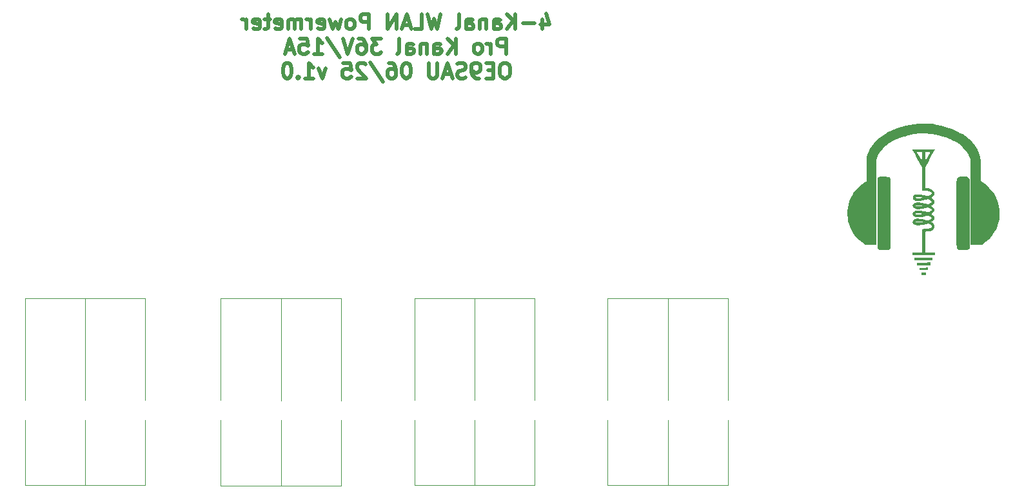
<source format=gbr>
G04 #@! TF.GenerationSoftware,KiCad,Pcbnew,8.0.5*
G04 #@! TF.CreationDate,2025-06-13T07:23:11+02:00*
G04 #@! TF.ProjectId,4-Kanal_Power_Meter,342d4b61-6e61-46c5-9f50-6f7765725f4d,rev?*
G04 #@! TF.SameCoordinates,Original*
G04 #@! TF.FileFunction,Legend,Bot*
G04 #@! TF.FilePolarity,Positive*
%FSLAX46Y46*%
G04 Gerber Fmt 4.6, Leading zero omitted, Abs format (unit mm)*
G04 Created by KiCad (PCBNEW 8.0.5) date 2025-06-13 07:23:11*
%MOMM*%
%LPD*%
G01*
G04 APERTURE LIST*
%ADD10C,0.500000*%
%ADD11C,0.120000*%
%ADD12C,0.000000*%
G04 APERTURE END LIST*
D10*
X151730857Y-65870128D02*
X151730857Y-67203462D01*
X152207048Y-65108224D02*
X152683238Y-66536795D01*
X152683238Y-66536795D02*
X151445143Y-66536795D01*
X150683238Y-66441557D02*
X149159429Y-66441557D01*
X148207048Y-67203462D02*
X148207048Y-65203462D01*
X147064191Y-67203462D02*
X147921334Y-66060604D01*
X147064191Y-65203462D02*
X148207048Y-66346319D01*
X145349905Y-67203462D02*
X145349905Y-66155843D01*
X145349905Y-66155843D02*
X145445143Y-65965366D01*
X145445143Y-65965366D02*
X145635619Y-65870128D01*
X145635619Y-65870128D02*
X146016572Y-65870128D01*
X146016572Y-65870128D02*
X146207048Y-65965366D01*
X145349905Y-67108224D02*
X145540381Y-67203462D01*
X145540381Y-67203462D02*
X146016572Y-67203462D01*
X146016572Y-67203462D02*
X146207048Y-67108224D01*
X146207048Y-67108224D02*
X146302286Y-66917747D01*
X146302286Y-66917747D02*
X146302286Y-66727271D01*
X146302286Y-66727271D02*
X146207048Y-66536795D01*
X146207048Y-66536795D02*
X146016572Y-66441557D01*
X146016572Y-66441557D02*
X145540381Y-66441557D01*
X145540381Y-66441557D02*
X145349905Y-66346319D01*
X144397524Y-65870128D02*
X144397524Y-67203462D01*
X144397524Y-66060604D02*
X144302286Y-65965366D01*
X144302286Y-65965366D02*
X144111810Y-65870128D01*
X144111810Y-65870128D02*
X143826095Y-65870128D01*
X143826095Y-65870128D02*
X143635619Y-65965366D01*
X143635619Y-65965366D02*
X143540381Y-66155843D01*
X143540381Y-66155843D02*
X143540381Y-67203462D01*
X141730857Y-67203462D02*
X141730857Y-66155843D01*
X141730857Y-66155843D02*
X141826095Y-65965366D01*
X141826095Y-65965366D02*
X142016571Y-65870128D01*
X142016571Y-65870128D02*
X142397524Y-65870128D01*
X142397524Y-65870128D02*
X142588000Y-65965366D01*
X141730857Y-67108224D02*
X141921333Y-67203462D01*
X141921333Y-67203462D02*
X142397524Y-67203462D01*
X142397524Y-67203462D02*
X142588000Y-67108224D01*
X142588000Y-67108224D02*
X142683238Y-66917747D01*
X142683238Y-66917747D02*
X142683238Y-66727271D01*
X142683238Y-66727271D02*
X142588000Y-66536795D01*
X142588000Y-66536795D02*
X142397524Y-66441557D01*
X142397524Y-66441557D02*
X141921333Y-66441557D01*
X141921333Y-66441557D02*
X141730857Y-66346319D01*
X140492762Y-67203462D02*
X140683238Y-67108224D01*
X140683238Y-67108224D02*
X140778476Y-66917747D01*
X140778476Y-66917747D02*
X140778476Y-65203462D01*
X138397523Y-65203462D02*
X137921333Y-67203462D01*
X137921333Y-67203462D02*
X137540380Y-65774890D01*
X137540380Y-65774890D02*
X137159428Y-67203462D01*
X137159428Y-67203462D02*
X136683238Y-65203462D01*
X134968952Y-67203462D02*
X135921333Y-67203462D01*
X135921333Y-67203462D02*
X135921333Y-65203462D01*
X134397523Y-66632033D02*
X133445142Y-66632033D01*
X134587999Y-67203462D02*
X133921333Y-65203462D01*
X133921333Y-65203462D02*
X133254666Y-67203462D01*
X132587999Y-67203462D02*
X132587999Y-65203462D01*
X132587999Y-65203462D02*
X131445142Y-67203462D01*
X131445142Y-67203462D02*
X131445142Y-65203462D01*
X128968951Y-67203462D02*
X128968951Y-65203462D01*
X128968951Y-65203462D02*
X128207046Y-65203462D01*
X128207046Y-65203462D02*
X128016570Y-65298700D01*
X128016570Y-65298700D02*
X127921332Y-65393938D01*
X127921332Y-65393938D02*
X127826094Y-65584414D01*
X127826094Y-65584414D02*
X127826094Y-65870128D01*
X127826094Y-65870128D02*
X127921332Y-66060604D01*
X127921332Y-66060604D02*
X128016570Y-66155843D01*
X128016570Y-66155843D02*
X128207046Y-66251081D01*
X128207046Y-66251081D02*
X128968951Y-66251081D01*
X126683237Y-67203462D02*
X126873713Y-67108224D01*
X126873713Y-67108224D02*
X126968951Y-67012985D01*
X126968951Y-67012985D02*
X127064189Y-66822509D01*
X127064189Y-66822509D02*
X127064189Y-66251081D01*
X127064189Y-66251081D02*
X126968951Y-66060604D01*
X126968951Y-66060604D02*
X126873713Y-65965366D01*
X126873713Y-65965366D02*
X126683237Y-65870128D01*
X126683237Y-65870128D02*
X126397522Y-65870128D01*
X126397522Y-65870128D02*
X126207046Y-65965366D01*
X126207046Y-65965366D02*
X126111808Y-66060604D01*
X126111808Y-66060604D02*
X126016570Y-66251081D01*
X126016570Y-66251081D02*
X126016570Y-66822509D01*
X126016570Y-66822509D02*
X126111808Y-67012985D01*
X126111808Y-67012985D02*
X126207046Y-67108224D01*
X126207046Y-67108224D02*
X126397522Y-67203462D01*
X126397522Y-67203462D02*
X126683237Y-67203462D01*
X125349903Y-65870128D02*
X124968951Y-67203462D01*
X124968951Y-67203462D02*
X124587998Y-66251081D01*
X124587998Y-66251081D02*
X124207046Y-67203462D01*
X124207046Y-67203462D02*
X123826094Y-65870128D01*
X122302284Y-67108224D02*
X122492760Y-67203462D01*
X122492760Y-67203462D02*
X122873713Y-67203462D01*
X122873713Y-67203462D02*
X123064189Y-67108224D01*
X123064189Y-67108224D02*
X123159427Y-66917747D01*
X123159427Y-66917747D02*
X123159427Y-66155843D01*
X123159427Y-66155843D02*
X123064189Y-65965366D01*
X123064189Y-65965366D02*
X122873713Y-65870128D01*
X122873713Y-65870128D02*
X122492760Y-65870128D01*
X122492760Y-65870128D02*
X122302284Y-65965366D01*
X122302284Y-65965366D02*
X122207046Y-66155843D01*
X122207046Y-66155843D02*
X122207046Y-66346319D01*
X122207046Y-66346319D02*
X123159427Y-66536795D01*
X121349903Y-67203462D02*
X121349903Y-65870128D01*
X121349903Y-66251081D02*
X121254665Y-66060604D01*
X121254665Y-66060604D02*
X121159427Y-65965366D01*
X121159427Y-65965366D02*
X120968951Y-65870128D01*
X120968951Y-65870128D02*
X120778474Y-65870128D01*
X120111808Y-67203462D02*
X120111808Y-65870128D01*
X120111808Y-66060604D02*
X120016570Y-65965366D01*
X120016570Y-65965366D02*
X119826094Y-65870128D01*
X119826094Y-65870128D02*
X119540379Y-65870128D01*
X119540379Y-65870128D02*
X119349903Y-65965366D01*
X119349903Y-65965366D02*
X119254665Y-66155843D01*
X119254665Y-66155843D02*
X119254665Y-67203462D01*
X119254665Y-66155843D02*
X119159427Y-65965366D01*
X119159427Y-65965366D02*
X118968951Y-65870128D01*
X118968951Y-65870128D02*
X118683237Y-65870128D01*
X118683237Y-65870128D02*
X118492760Y-65965366D01*
X118492760Y-65965366D02*
X118397522Y-66155843D01*
X118397522Y-66155843D02*
X118397522Y-67203462D01*
X116683236Y-67108224D02*
X116873712Y-67203462D01*
X116873712Y-67203462D02*
X117254665Y-67203462D01*
X117254665Y-67203462D02*
X117445141Y-67108224D01*
X117445141Y-67108224D02*
X117540379Y-66917747D01*
X117540379Y-66917747D02*
X117540379Y-66155843D01*
X117540379Y-66155843D02*
X117445141Y-65965366D01*
X117445141Y-65965366D02*
X117254665Y-65870128D01*
X117254665Y-65870128D02*
X116873712Y-65870128D01*
X116873712Y-65870128D02*
X116683236Y-65965366D01*
X116683236Y-65965366D02*
X116587998Y-66155843D01*
X116587998Y-66155843D02*
X116587998Y-66346319D01*
X116587998Y-66346319D02*
X117540379Y-66536795D01*
X116016569Y-65870128D02*
X115254665Y-65870128D01*
X115730855Y-65203462D02*
X115730855Y-66917747D01*
X115730855Y-66917747D02*
X115635617Y-67108224D01*
X115635617Y-67108224D02*
X115445141Y-67203462D01*
X115445141Y-67203462D02*
X115254665Y-67203462D01*
X113826093Y-67108224D02*
X114016569Y-67203462D01*
X114016569Y-67203462D02*
X114397522Y-67203462D01*
X114397522Y-67203462D02*
X114587998Y-67108224D01*
X114587998Y-67108224D02*
X114683236Y-66917747D01*
X114683236Y-66917747D02*
X114683236Y-66155843D01*
X114683236Y-66155843D02*
X114587998Y-65965366D01*
X114587998Y-65965366D02*
X114397522Y-65870128D01*
X114397522Y-65870128D02*
X114016569Y-65870128D01*
X114016569Y-65870128D02*
X113826093Y-65965366D01*
X113826093Y-65965366D02*
X113730855Y-66155843D01*
X113730855Y-66155843D02*
X113730855Y-66346319D01*
X113730855Y-66346319D02*
X114683236Y-66536795D01*
X112873712Y-67203462D02*
X112873712Y-65870128D01*
X112873712Y-66251081D02*
X112778474Y-66060604D01*
X112778474Y-66060604D02*
X112683236Y-65965366D01*
X112683236Y-65965366D02*
X112492760Y-65870128D01*
X112492760Y-65870128D02*
X112302283Y-65870128D01*
X146968953Y-70423350D02*
X146968953Y-68423350D01*
X146968953Y-68423350D02*
X146207048Y-68423350D01*
X146207048Y-68423350D02*
X146016572Y-68518588D01*
X146016572Y-68518588D02*
X145921334Y-68613826D01*
X145921334Y-68613826D02*
X145826096Y-68804302D01*
X145826096Y-68804302D02*
X145826096Y-69090016D01*
X145826096Y-69090016D02*
X145921334Y-69280492D01*
X145921334Y-69280492D02*
X146016572Y-69375731D01*
X146016572Y-69375731D02*
X146207048Y-69470969D01*
X146207048Y-69470969D02*
X146968953Y-69470969D01*
X144968953Y-70423350D02*
X144968953Y-69090016D01*
X144968953Y-69470969D02*
X144873715Y-69280492D01*
X144873715Y-69280492D02*
X144778477Y-69185254D01*
X144778477Y-69185254D02*
X144588001Y-69090016D01*
X144588001Y-69090016D02*
X144397524Y-69090016D01*
X143445144Y-70423350D02*
X143635620Y-70328112D01*
X143635620Y-70328112D02*
X143730858Y-70232873D01*
X143730858Y-70232873D02*
X143826096Y-70042397D01*
X143826096Y-70042397D02*
X143826096Y-69470969D01*
X143826096Y-69470969D02*
X143730858Y-69280492D01*
X143730858Y-69280492D02*
X143635620Y-69185254D01*
X143635620Y-69185254D02*
X143445144Y-69090016D01*
X143445144Y-69090016D02*
X143159429Y-69090016D01*
X143159429Y-69090016D02*
X142968953Y-69185254D01*
X142968953Y-69185254D02*
X142873715Y-69280492D01*
X142873715Y-69280492D02*
X142778477Y-69470969D01*
X142778477Y-69470969D02*
X142778477Y-70042397D01*
X142778477Y-70042397D02*
X142873715Y-70232873D01*
X142873715Y-70232873D02*
X142968953Y-70328112D01*
X142968953Y-70328112D02*
X143159429Y-70423350D01*
X143159429Y-70423350D02*
X143445144Y-70423350D01*
X140397524Y-70423350D02*
X140397524Y-68423350D01*
X139254667Y-70423350D02*
X140111810Y-69280492D01*
X139254667Y-68423350D02*
X140397524Y-69566207D01*
X137540381Y-70423350D02*
X137540381Y-69375731D01*
X137540381Y-69375731D02*
X137635619Y-69185254D01*
X137635619Y-69185254D02*
X137826095Y-69090016D01*
X137826095Y-69090016D02*
X138207048Y-69090016D01*
X138207048Y-69090016D02*
X138397524Y-69185254D01*
X137540381Y-70328112D02*
X137730857Y-70423350D01*
X137730857Y-70423350D02*
X138207048Y-70423350D01*
X138207048Y-70423350D02*
X138397524Y-70328112D01*
X138397524Y-70328112D02*
X138492762Y-70137635D01*
X138492762Y-70137635D02*
X138492762Y-69947159D01*
X138492762Y-69947159D02*
X138397524Y-69756683D01*
X138397524Y-69756683D02*
X138207048Y-69661445D01*
X138207048Y-69661445D02*
X137730857Y-69661445D01*
X137730857Y-69661445D02*
X137540381Y-69566207D01*
X136588000Y-69090016D02*
X136588000Y-70423350D01*
X136588000Y-69280492D02*
X136492762Y-69185254D01*
X136492762Y-69185254D02*
X136302286Y-69090016D01*
X136302286Y-69090016D02*
X136016571Y-69090016D01*
X136016571Y-69090016D02*
X135826095Y-69185254D01*
X135826095Y-69185254D02*
X135730857Y-69375731D01*
X135730857Y-69375731D02*
X135730857Y-70423350D01*
X133921333Y-70423350D02*
X133921333Y-69375731D01*
X133921333Y-69375731D02*
X134016571Y-69185254D01*
X134016571Y-69185254D02*
X134207047Y-69090016D01*
X134207047Y-69090016D02*
X134588000Y-69090016D01*
X134588000Y-69090016D02*
X134778476Y-69185254D01*
X133921333Y-70328112D02*
X134111809Y-70423350D01*
X134111809Y-70423350D02*
X134588000Y-70423350D01*
X134588000Y-70423350D02*
X134778476Y-70328112D01*
X134778476Y-70328112D02*
X134873714Y-70137635D01*
X134873714Y-70137635D02*
X134873714Y-69947159D01*
X134873714Y-69947159D02*
X134778476Y-69756683D01*
X134778476Y-69756683D02*
X134588000Y-69661445D01*
X134588000Y-69661445D02*
X134111809Y-69661445D01*
X134111809Y-69661445D02*
X133921333Y-69566207D01*
X132683238Y-70423350D02*
X132873714Y-70328112D01*
X132873714Y-70328112D02*
X132968952Y-70137635D01*
X132968952Y-70137635D02*
X132968952Y-68423350D01*
X130587999Y-68423350D02*
X129349904Y-68423350D01*
X129349904Y-68423350D02*
X130016571Y-69185254D01*
X130016571Y-69185254D02*
X129730856Y-69185254D01*
X129730856Y-69185254D02*
X129540380Y-69280492D01*
X129540380Y-69280492D02*
X129445142Y-69375731D01*
X129445142Y-69375731D02*
X129349904Y-69566207D01*
X129349904Y-69566207D02*
X129349904Y-70042397D01*
X129349904Y-70042397D02*
X129445142Y-70232873D01*
X129445142Y-70232873D02*
X129540380Y-70328112D01*
X129540380Y-70328112D02*
X129730856Y-70423350D01*
X129730856Y-70423350D02*
X130302285Y-70423350D01*
X130302285Y-70423350D02*
X130492761Y-70328112D01*
X130492761Y-70328112D02*
X130587999Y-70232873D01*
X127635618Y-68423350D02*
X128016571Y-68423350D01*
X128016571Y-68423350D02*
X128207047Y-68518588D01*
X128207047Y-68518588D02*
X128302285Y-68613826D01*
X128302285Y-68613826D02*
X128492761Y-68899540D01*
X128492761Y-68899540D02*
X128587999Y-69280492D01*
X128587999Y-69280492D02*
X128587999Y-70042397D01*
X128587999Y-70042397D02*
X128492761Y-70232873D01*
X128492761Y-70232873D02*
X128397523Y-70328112D01*
X128397523Y-70328112D02*
X128207047Y-70423350D01*
X128207047Y-70423350D02*
X127826094Y-70423350D01*
X127826094Y-70423350D02*
X127635618Y-70328112D01*
X127635618Y-70328112D02*
X127540380Y-70232873D01*
X127540380Y-70232873D02*
X127445142Y-70042397D01*
X127445142Y-70042397D02*
X127445142Y-69566207D01*
X127445142Y-69566207D02*
X127540380Y-69375731D01*
X127540380Y-69375731D02*
X127635618Y-69280492D01*
X127635618Y-69280492D02*
X127826094Y-69185254D01*
X127826094Y-69185254D02*
X128207047Y-69185254D01*
X128207047Y-69185254D02*
X128397523Y-69280492D01*
X128397523Y-69280492D02*
X128492761Y-69375731D01*
X128492761Y-69375731D02*
X128587999Y-69566207D01*
X126873713Y-68423350D02*
X126207047Y-70423350D01*
X126207047Y-70423350D02*
X125540380Y-68423350D01*
X123445142Y-68328112D02*
X125159427Y-70899540D01*
X121730856Y-70423350D02*
X122873713Y-70423350D01*
X122302285Y-70423350D02*
X122302285Y-68423350D01*
X122302285Y-68423350D02*
X122492761Y-68709064D01*
X122492761Y-68709064D02*
X122683237Y-68899540D01*
X122683237Y-68899540D02*
X122873713Y-68994778D01*
X119921332Y-68423350D02*
X120873713Y-68423350D01*
X120873713Y-68423350D02*
X120968951Y-69375731D01*
X120968951Y-69375731D02*
X120873713Y-69280492D01*
X120873713Y-69280492D02*
X120683237Y-69185254D01*
X120683237Y-69185254D02*
X120207046Y-69185254D01*
X120207046Y-69185254D02*
X120016570Y-69280492D01*
X120016570Y-69280492D02*
X119921332Y-69375731D01*
X119921332Y-69375731D02*
X119826094Y-69566207D01*
X119826094Y-69566207D02*
X119826094Y-70042397D01*
X119826094Y-70042397D02*
X119921332Y-70232873D01*
X119921332Y-70232873D02*
X120016570Y-70328112D01*
X120016570Y-70328112D02*
X120207046Y-70423350D01*
X120207046Y-70423350D02*
X120683237Y-70423350D01*
X120683237Y-70423350D02*
X120873713Y-70328112D01*
X120873713Y-70328112D02*
X120968951Y-70232873D01*
X119064189Y-69851921D02*
X118111808Y-69851921D01*
X119254665Y-70423350D02*
X118587999Y-68423350D01*
X118587999Y-68423350D02*
X117921332Y-70423350D01*
X147016572Y-71643238D02*
X146635619Y-71643238D01*
X146635619Y-71643238D02*
X146445143Y-71738476D01*
X146445143Y-71738476D02*
X146254667Y-71928952D01*
X146254667Y-71928952D02*
X146159429Y-72309904D01*
X146159429Y-72309904D02*
X146159429Y-72976571D01*
X146159429Y-72976571D02*
X146254667Y-73357523D01*
X146254667Y-73357523D02*
X146445143Y-73548000D01*
X146445143Y-73548000D02*
X146635619Y-73643238D01*
X146635619Y-73643238D02*
X147016572Y-73643238D01*
X147016572Y-73643238D02*
X147207048Y-73548000D01*
X147207048Y-73548000D02*
X147397524Y-73357523D01*
X147397524Y-73357523D02*
X147492762Y-72976571D01*
X147492762Y-72976571D02*
X147492762Y-72309904D01*
X147492762Y-72309904D02*
X147397524Y-71928952D01*
X147397524Y-71928952D02*
X147207048Y-71738476D01*
X147207048Y-71738476D02*
X147016572Y-71643238D01*
X145302286Y-72595619D02*
X144635619Y-72595619D01*
X144349905Y-73643238D02*
X145302286Y-73643238D01*
X145302286Y-73643238D02*
X145302286Y-71643238D01*
X145302286Y-71643238D02*
X144349905Y-71643238D01*
X143397524Y-73643238D02*
X143016572Y-73643238D01*
X143016572Y-73643238D02*
X142826095Y-73548000D01*
X142826095Y-73548000D02*
X142730857Y-73452761D01*
X142730857Y-73452761D02*
X142540381Y-73167047D01*
X142540381Y-73167047D02*
X142445143Y-72786095D01*
X142445143Y-72786095D02*
X142445143Y-72024190D01*
X142445143Y-72024190D02*
X142540381Y-71833714D01*
X142540381Y-71833714D02*
X142635619Y-71738476D01*
X142635619Y-71738476D02*
X142826095Y-71643238D01*
X142826095Y-71643238D02*
X143207048Y-71643238D01*
X143207048Y-71643238D02*
X143397524Y-71738476D01*
X143397524Y-71738476D02*
X143492762Y-71833714D01*
X143492762Y-71833714D02*
X143588000Y-72024190D01*
X143588000Y-72024190D02*
X143588000Y-72500380D01*
X143588000Y-72500380D02*
X143492762Y-72690857D01*
X143492762Y-72690857D02*
X143397524Y-72786095D01*
X143397524Y-72786095D02*
X143207048Y-72881333D01*
X143207048Y-72881333D02*
X142826095Y-72881333D01*
X142826095Y-72881333D02*
X142635619Y-72786095D01*
X142635619Y-72786095D02*
X142540381Y-72690857D01*
X142540381Y-72690857D02*
X142445143Y-72500380D01*
X141683238Y-73548000D02*
X141397524Y-73643238D01*
X141397524Y-73643238D02*
X140921333Y-73643238D01*
X140921333Y-73643238D02*
X140730857Y-73548000D01*
X140730857Y-73548000D02*
X140635619Y-73452761D01*
X140635619Y-73452761D02*
X140540381Y-73262285D01*
X140540381Y-73262285D02*
X140540381Y-73071809D01*
X140540381Y-73071809D02*
X140635619Y-72881333D01*
X140635619Y-72881333D02*
X140730857Y-72786095D01*
X140730857Y-72786095D02*
X140921333Y-72690857D01*
X140921333Y-72690857D02*
X141302286Y-72595619D01*
X141302286Y-72595619D02*
X141492762Y-72500380D01*
X141492762Y-72500380D02*
X141588000Y-72405142D01*
X141588000Y-72405142D02*
X141683238Y-72214666D01*
X141683238Y-72214666D02*
X141683238Y-72024190D01*
X141683238Y-72024190D02*
X141588000Y-71833714D01*
X141588000Y-71833714D02*
X141492762Y-71738476D01*
X141492762Y-71738476D02*
X141302286Y-71643238D01*
X141302286Y-71643238D02*
X140826095Y-71643238D01*
X140826095Y-71643238D02*
X140540381Y-71738476D01*
X139778476Y-73071809D02*
X138826095Y-73071809D01*
X139968952Y-73643238D02*
X139302286Y-71643238D01*
X139302286Y-71643238D02*
X138635619Y-73643238D01*
X137968952Y-71643238D02*
X137968952Y-73262285D01*
X137968952Y-73262285D02*
X137873714Y-73452761D01*
X137873714Y-73452761D02*
X137778476Y-73548000D01*
X137778476Y-73548000D02*
X137588000Y-73643238D01*
X137588000Y-73643238D02*
X137207047Y-73643238D01*
X137207047Y-73643238D02*
X137016571Y-73548000D01*
X137016571Y-73548000D02*
X136921333Y-73452761D01*
X136921333Y-73452761D02*
X136826095Y-73262285D01*
X136826095Y-73262285D02*
X136826095Y-71643238D01*
X133968952Y-71643238D02*
X133778475Y-71643238D01*
X133778475Y-71643238D02*
X133587999Y-71738476D01*
X133587999Y-71738476D02*
X133492761Y-71833714D01*
X133492761Y-71833714D02*
X133397523Y-72024190D01*
X133397523Y-72024190D02*
X133302285Y-72405142D01*
X133302285Y-72405142D02*
X133302285Y-72881333D01*
X133302285Y-72881333D02*
X133397523Y-73262285D01*
X133397523Y-73262285D02*
X133492761Y-73452761D01*
X133492761Y-73452761D02*
X133587999Y-73548000D01*
X133587999Y-73548000D02*
X133778475Y-73643238D01*
X133778475Y-73643238D02*
X133968952Y-73643238D01*
X133968952Y-73643238D02*
X134159428Y-73548000D01*
X134159428Y-73548000D02*
X134254666Y-73452761D01*
X134254666Y-73452761D02*
X134349904Y-73262285D01*
X134349904Y-73262285D02*
X134445142Y-72881333D01*
X134445142Y-72881333D02*
X134445142Y-72405142D01*
X134445142Y-72405142D02*
X134349904Y-72024190D01*
X134349904Y-72024190D02*
X134254666Y-71833714D01*
X134254666Y-71833714D02*
X134159428Y-71738476D01*
X134159428Y-71738476D02*
X133968952Y-71643238D01*
X131587999Y-71643238D02*
X131968952Y-71643238D01*
X131968952Y-71643238D02*
X132159428Y-71738476D01*
X132159428Y-71738476D02*
X132254666Y-71833714D01*
X132254666Y-71833714D02*
X132445142Y-72119428D01*
X132445142Y-72119428D02*
X132540380Y-72500380D01*
X132540380Y-72500380D02*
X132540380Y-73262285D01*
X132540380Y-73262285D02*
X132445142Y-73452761D01*
X132445142Y-73452761D02*
X132349904Y-73548000D01*
X132349904Y-73548000D02*
X132159428Y-73643238D01*
X132159428Y-73643238D02*
X131778475Y-73643238D01*
X131778475Y-73643238D02*
X131587999Y-73548000D01*
X131587999Y-73548000D02*
X131492761Y-73452761D01*
X131492761Y-73452761D02*
X131397523Y-73262285D01*
X131397523Y-73262285D02*
X131397523Y-72786095D01*
X131397523Y-72786095D02*
X131492761Y-72595619D01*
X131492761Y-72595619D02*
X131587999Y-72500380D01*
X131587999Y-72500380D02*
X131778475Y-72405142D01*
X131778475Y-72405142D02*
X132159428Y-72405142D01*
X132159428Y-72405142D02*
X132349904Y-72500380D01*
X132349904Y-72500380D02*
X132445142Y-72595619D01*
X132445142Y-72595619D02*
X132540380Y-72786095D01*
X129111809Y-71548000D02*
X130826094Y-74119428D01*
X128540380Y-71833714D02*
X128445142Y-71738476D01*
X128445142Y-71738476D02*
X128254666Y-71643238D01*
X128254666Y-71643238D02*
X127778475Y-71643238D01*
X127778475Y-71643238D02*
X127587999Y-71738476D01*
X127587999Y-71738476D02*
X127492761Y-71833714D01*
X127492761Y-71833714D02*
X127397523Y-72024190D01*
X127397523Y-72024190D02*
X127397523Y-72214666D01*
X127397523Y-72214666D02*
X127492761Y-72500380D01*
X127492761Y-72500380D02*
X128635618Y-73643238D01*
X128635618Y-73643238D02*
X127397523Y-73643238D01*
X125587999Y-71643238D02*
X126540380Y-71643238D01*
X126540380Y-71643238D02*
X126635618Y-72595619D01*
X126635618Y-72595619D02*
X126540380Y-72500380D01*
X126540380Y-72500380D02*
X126349904Y-72405142D01*
X126349904Y-72405142D02*
X125873713Y-72405142D01*
X125873713Y-72405142D02*
X125683237Y-72500380D01*
X125683237Y-72500380D02*
X125587999Y-72595619D01*
X125587999Y-72595619D02*
X125492761Y-72786095D01*
X125492761Y-72786095D02*
X125492761Y-73262285D01*
X125492761Y-73262285D02*
X125587999Y-73452761D01*
X125587999Y-73452761D02*
X125683237Y-73548000D01*
X125683237Y-73548000D02*
X125873713Y-73643238D01*
X125873713Y-73643238D02*
X126349904Y-73643238D01*
X126349904Y-73643238D02*
X126540380Y-73548000D01*
X126540380Y-73548000D02*
X126635618Y-73452761D01*
X123302284Y-72309904D02*
X122826094Y-73643238D01*
X122826094Y-73643238D02*
X122349903Y-72309904D01*
X120540379Y-73643238D02*
X121683236Y-73643238D01*
X121111808Y-73643238D02*
X121111808Y-71643238D01*
X121111808Y-71643238D02*
X121302284Y-71928952D01*
X121302284Y-71928952D02*
X121492760Y-72119428D01*
X121492760Y-72119428D02*
X121683236Y-72214666D01*
X119683236Y-73452761D02*
X119587998Y-73548000D01*
X119587998Y-73548000D02*
X119683236Y-73643238D01*
X119683236Y-73643238D02*
X119778474Y-73548000D01*
X119778474Y-73548000D02*
X119683236Y-73452761D01*
X119683236Y-73452761D02*
X119683236Y-73643238D01*
X118349903Y-71643238D02*
X118159426Y-71643238D01*
X118159426Y-71643238D02*
X117968950Y-71738476D01*
X117968950Y-71738476D02*
X117873712Y-71833714D01*
X117873712Y-71833714D02*
X117778474Y-72024190D01*
X117778474Y-72024190D02*
X117683236Y-72405142D01*
X117683236Y-72405142D02*
X117683236Y-72881333D01*
X117683236Y-72881333D02*
X117778474Y-73262285D01*
X117778474Y-73262285D02*
X117873712Y-73452761D01*
X117873712Y-73452761D02*
X117968950Y-73548000D01*
X117968950Y-73548000D02*
X118159426Y-73643238D01*
X118159426Y-73643238D02*
X118349903Y-73643238D01*
X118349903Y-73643238D02*
X118540379Y-73548000D01*
X118540379Y-73548000D02*
X118635617Y-73452761D01*
X118635617Y-73452761D02*
X118730855Y-73262285D01*
X118730855Y-73262285D02*
X118826093Y-72881333D01*
X118826093Y-72881333D02*
X118826093Y-72405142D01*
X118826093Y-72405142D02*
X118730855Y-72024190D01*
X118730855Y-72024190D02*
X118635617Y-71833714D01*
X118635617Y-71833714D02*
X118540379Y-71738476D01*
X118540379Y-71738476D02*
X118349903Y-71643238D01*
D11*
X134949300Y-115918400D02*
X134949300Y-102528400D01*
X134949300Y-127128400D02*
X134949300Y-118518400D01*
X142849300Y-102528400D02*
X134949300Y-102528400D01*
X142849300Y-102528400D02*
X142849300Y-115928400D01*
X142849300Y-118528400D02*
X142849300Y-127128400D01*
X142849300Y-127128400D02*
X134949300Y-127128400D01*
X150749300Y-102528400D02*
X142849300Y-102528400D01*
X150749300Y-102528400D02*
X150749300Y-115928400D01*
X150749300Y-118528400D02*
X150749300Y-127128400D01*
X150749300Y-127128400D02*
X142849300Y-127128400D01*
D12*
G36*
X202105828Y-99363842D02*
G01*
X202105828Y-99521606D01*
X201801569Y-99521606D01*
X201497310Y-99521606D01*
X201497310Y-99363842D01*
X201497310Y-99206078D01*
X201801569Y-99206078D01*
X202105828Y-99206078D01*
X202105828Y-99363842D01*
G37*
G36*
X202669271Y-98034117D02*
G01*
X202669271Y-98214948D01*
X201795934Y-98209049D01*
X200922598Y-98203149D01*
X200922598Y-98034117D01*
X200922598Y-97865084D01*
X201795934Y-97859185D01*
X202669271Y-97853286D01*
X202669271Y-98034117D01*
G37*
G36*
X202353939Y-98580262D02*
G01*
X202354829Y-98604243D01*
X202360048Y-98671322D01*
X202368347Y-98749689D01*
X202382559Y-98868012D01*
X201803721Y-98868012D01*
X201224882Y-98868012D01*
X201231504Y-98704613D01*
X201238126Y-98541215D01*
X201795934Y-98535187D01*
X202353743Y-98529159D01*
X202353939Y-98580262D01*
G37*
G36*
X202980382Y-97344193D02*
G01*
X202982157Y-97402853D01*
X202980714Y-97469532D01*
X202975377Y-97507794D01*
X202974800Y-97508943D01*
X202963902Y-97515745D01*
X202938216Y-97521376D01*
X202894376Y-97525907D01*
X202829019Y-97529411D01*
X202738779Y-97531958D01*
X202620291Y-97533621D01*
X202470191Y-97534471D01*
X202285112Y-97534579D01*
X202061692Y-97534016D01*
X201796564Y-97532856D01*
X200629608Y-97527018D01*
X200629608Y-97369254D01*
X200629608Y-97211490D01*
X201801569Y-97211490D01*
X202973530Y-97211490D01*
X202980382Y-97344193D01*
G37*
G36*
X207263368Y-86563546D02*
G01*
X207358987Y-86565586D01*
X207429367Y-86569664D01*
X207481485Y-86576438D01*
X207522320Y-86586565D01*
X207558851Y-86600704D01*
X207598056Y-86619512D01*
X207714038Y-86700251D01*
X207802417Y-86809954D01*
X207854446Y-86938449D01*
X207854476Y-86938582D01*
X207856548Y-86970466D01*
X207858553Y-87045335D01*
X207860481Y-87161129D01*
X207862324Y-87315787D01*
X207864073Y-87507250D01*
X207865717Y-87733456D01*
X207867249Y-87992345D01*
X207868659Y-88281857D01*
X207869937Y-88599931D01*
X207871076Y-88944506D01*
X207872065Y-89313523D01*
X207872895Y-89704920D01*
X207873558Y-90116637D01*
X207874044Y-90546614D01*
X207874344Y-90992790D01*
X207874449Y-91453105D01*
X207874450Y-91662627D01*
X207874432Y-92171198D01*
X207874374Y-92637322D01*
X207874257Y-93062894D01*
X207874063Y-93449807D01*
X207873775Y-93799953D01*
X207873376Y-94115228D01*
X207872849Y-94397523D01*
X207872174Y-94648733D01*
X207871336Y-94870751D01*
X207870315Y-95065470D01*
X207869096Y-95234784D01*
X207867660Y-95380585D01*
X207865989Y-95504769D01*
X207864067Y-95609228D01*
X207861876Y-95695855D01*
X207859397Y-95766543D01*
X207856614Y-95823188D01*
X207853509Y-95867681D01*
X207850064Y-95901916D01*
X207846262Y-95927786D01*
X207842085Y-95947186D01*
X207837516Y-95962008D01*
X207832538Y-95974146D01*
X207785563Y-96051066D01*
X207691413Y-96133878D01*
X207567933Y-96184206D01*
X207553146Y-96186791D01*
X207489054Y-96192357D01*
X207391042Y-96196810D01*
X207266987Y-96199926D01*
X207124765Y-96201479D01*
X206972254Y-96201244D01*
X206463436Y-96197293D01*
X206371194Y-96136201D01*
X206349896Y-96121135D01*
X206276228Y-96058092D01*
X206215603Y-95992056D01*
X206197120Y-95966776D01*
X206175964Y-95930226D01*
X206161442Y-95887478D01*
X206151472Y-95828820D01*
X206143970Y-95744542D01*
X206136853Y-95624931D01*
X206135228Y-95584397D01*
X206132990Y-95490671D01*
X206130924Y-95358607D01*
X206129030Y-95190897D01*
X206127305Y-94990230D01*
X206125747Y-94759298D01*
X206124356Y-94500792D01*
X206123130Y-94217402D01*
X206122068Y-93911818D01*
X206121167Y-93586732D01*
X206120427Y-93244835D01*
X206119846Y-92888817D01*
X206119422Y-92521368D01*
X206119154Y-92145181D01*
X206119041Y-91762944D01*
X206119081Y-91377350D01*
X206119272Y-90991088D01*
X206119613Y-90606850D01*
X206120102Y-90227326D01*
X206120739Y-89855207D01*
X206121521Y-89493183D01*
X206122447Y-89143946D01*
X206123515Y-88810187D01*
X206124724Y-88494595D01*
X206126073Y-88199862D01*
X206127560Y-87928678D01*
X206129183Y-87683734D01*
X206130941Y-87467721D01*
X206132832Y-87283330D01*
X206134856Y-87133251D01*
X206137010Y-87020175D01*
X206139293Y-86946793D01*
X206141704Y-86915796D01*
X206174727Y-86840439D01*
X206242786Y-86746517D01*
X206329452Y-86663071D01*
X206421799Y-86604470D01*
X206449048Y-86593407D01*
X206489098Y-86582239D01*
X206540793Y-86574149D01*
X206610817Y-86568654D01*
X206705856Y-86565272D01*
X206832596Y-86563520D01*
X206997720Y-86562917D01*
X207135530Y-86562886D01*
X207263368Y-86563546D01*
G37*
G36*
X196440907Y-86587863D02*
G01*
X196632092Y-86589666D01*
X196717030Y-86590504D01*
X196890879Y-86592389D01*
X197026993Y-86594443D01*
X197130551Y-86597092D01*
X197206730Y-86600761D01*
X197260709Y-86605875D01*
X197297664Y-86612859D01*
X197322775Y-86622138D01*
X197341218Y-86634138D01*
X197358173Y-86649284D01*
X197371130Y-86663336D01*
X197412268Y-86731938D01*
X197442356Y-86817981D01*
X197445563Y-86839590D01*
X197448764Y-86881278D01*
X197451700Y-86943514D01*
X197454382Y-87027830D01*
X197456818Y-87135759D01*
X197459017Y-87268834D01*
X197460990Y-87428588D01*
X197462746Y-87616555D01*
X197464294Y-87834267D01*
X197465643Y-88083257D01*
X197466803Y-88365059D01*
X197467784Y-88681204D01*
X197468594Y-89033227D01*
X197469243Y-89422661D01*
X197469741Y-89851037D01*
X197470097Y-90319890D01*
X197470321Y-90830752D01*
X197470421Y-91385156D01*
X197470440Y-91742511D01*
X197470430Y-92241655D01*
X197470360Y-92698855D01*
X197470215Y-93115988D01*
X197469979Y-93494933D01*
X197469636Y-93837567D01*
X197469169Y-94145769D01*
X197468564Y-94421416D01*
X197467804Y-94666386D01*
X197466873Y-94882557D01*
X197465756Y-95071807D01*
X197464436Y-95236015D01*
X197462899Y-95377057D01*
X197461126Y-95496811D01*
X197459104Y-95597157D01*
X197456816Y-95679971D01*
X197454246Y-95747131D01*
X197451379Y-95800516D01*
X197448198Y-95842003D01*
X197444687Y-95873470D01*
X197440831Y-95896796D01*
X197436614Y-95913857D01*
X197432020Y-95926533D01*
X197394811Y-95999489D01*
X197314154Y-96096456D01*
X197203876Y-96166731D01*
X197185163Y-96175002D01*
X197151428Y-96186456D01*
X197110100Y-96194834D01*
X197054934Y-96200498D01*
X196979685Y-96203806D01*
X196878105Y-96205119D01*
X196743951Y-96204797D01*
X196570977Y-96203199D01*
X196028228Y-96197293D01*
X195919424Y-96129680D01*
X195918230Y-96128936D01*
X195826934Y-96055900D01*
X195764648Y-95973158D01*
X195762002Y-95967995D01*
X195756820Y-95956925D01*
X195752073Y-95943878D01*
X195747744Y-95926982D01*
X195743817Y-95904362D01*
X195740276Y-95874144D01*
X195737104Y-95834455D01*
X195734285Y-95783420D01*
X195731804Y-95719167D01*
X195729643Y-95639820D01*
X195727786Y-95543506D01*
X195726217Y-95428351D01*
X195724921Y-95292482D01*
X195723880Y-95134023D01*
X195723078Y-94951102D01*
X195722499Y-94741845D01*
X195722127Y-94504377D01*
X195721946Y-94236825D01*
X195721939Y-93937315D01*
X195722090Y-93603973D01*
X195722382Y-93234925D01*
X195722800Y-92828297D01*
X195723328Y-92382216D01*
X195723948Y-91894806D01*
X195724645Y-91364196D01*
X195725281Y-90850298D01*
X195725839Y-90353048D01*
X195726347Y-89897290D01*
X195726865Y-89481189D01*
X195727456Y-89102909D01*
X195728183Y-88760615D01*
X195729106Y-88452471D01*
X195730289Y-88176644D01*
X195731792Y-87931297D01*
X195733679Y-87714595D01*
X195736011Y-87524703D01*
X195738851Y-87359786D01*
X195742259Y-87218008D01*
X195746300Y-87097535D01*
X195751033Y-86996530D01*
X195756522Y-86913160D01*
X195762828Y-86845588D01*
X195770013Y-86791979D01*
X195778141Y-86750499D01*
X195787271Y-86719311D01*
X195797467Y-86696581D01*
X195808791Y-86680473D01*
X195821305Y-86669153D01*
X195835070Y-86660785D01*
X195850148Y-86653533D01*
X195866603Y-86645563D01*
X195884495Y-86635039D01*
X195894023Y-86628736D01*
X195916633Y-86615230D01*
X195941648Y-86604770D01*
X195974401Y-86597033D01*
X196020225Y-86591695D01*
X196084454Y-86588433D01*
X196172421Y-86586923D01*
X196289461Y-86586841D01*
X196440907Y-86587863D01*
G37*
G36*
X201856075Y-79579370D02*
G01*
X202097804Y-79584873D01*
X202335918Y-79594011D01*
X202560405Y-79606541D01*
X202761254Y-79622225D01*
X202928454Y-79640821D01*
X203517517Y-79738370D01*
X204168016Y-79887752D01*
X204815204Y-80080748D01*
X205461733Y-80318066D01*
X205678025Y-80407023D01*
X206011499Y-80552414D01*
X206334060Y-80702797D01*
X206637510Y-80854169D01*
X206913648Y-81002532D01*
X207154275Y-81143883D01*
X207278979Y-81225424D01*
X207522841Y-81406416D01*
X207769991Y-81615581D01*
X208011006Y-81844241D01*
X208236463Y-82083718D01*
X208436940Y-82325332D01*
X208571346Y-82511347D01*
X208718650Y-82741610D01*
X208855944Y-82983293D01*
X208977579Y-83225760D01*
X209077907Y-83458375D01*
X209151280Y-83670501D01*
X209156996Y-83690001D01*
X209181168Y-83772108D01*
X209201975Y-83844362D01*
X209219687Y-83910687D01*
X209234574Y-83975006D01*
X209246907Y-84041242D01*
X209256956Y-84113319D01*
X209264991Y-84195160D01*
X209271284Y-84290688D01*
X209276104Y-84403827D01*
X209279721Y-84538499D01*
X209282407Y-84698629D01*
X209284431Y-84888138D01*
X209286064Y-85110952D01*
X209287576Y-85370992D01*
X209289238Y-85672182D01*
X209297777Y-87182209D01*
X209545984Y-87336706D01*
X209803884Y-87509902D01*
X210138890Y-87774436D01*
X210449681Y-88066267D01*
X210726374Y-88376689D01*
X210782217Y-88447005D01*
X211047525Y-88822623D01*
X211272812Y-89215486D01*
X211458025Y-89622775D01*
X211603113Y-90041676D01*
X211708024Y-90469371D01*
X211772703Y-90903045D01*
X211797099Y-91339880D01*
X211781162Y-91777061D01*
X211724837Y-92211771D01*
X211628071Y-92641193D01*
X211490814Y-93062512D01*
X211313012Y-93472910D01*
X211094613Y-93869572D01*
X210835565Y-94249681D01*
X210835484Y-94249787D01*
X210585798Y-94554249D01*
X210311250Y-94836034D01*
X210005155Y-95101443D01*
X209660829Y-95356777D01*
X209441853Y-95507920D01*
X208716013Y-95508907D01*
X207990174Y-95509893D01*
X207982727Y-89937444D01*
X207975281Y-84364995D01*
X207926654Y-84207231D01*
X207903951Y-84136102D01*
X207810138Y-83886570D01*
X207696912Y-83651159D01*
X207559987Y-83423235D01*
X207395073Y-83196162D01*
X207197883Y-82963308D01*
X206964129Y-82718038D01*
X206923107Y-82677206D01*
X206740539Y-82502128D01*
X206567107Y-82348963D01*
X206396185Y-82213667D01*
X206221153Y-82092194D01*
X206035385Y-81980501D01*
X205832261Y-81874543D01*
X205605157Y-81770274D01*
X205347449Y-81663651D01*
X205052515Y-81550629D01*
X204702240Y-81424431D01*
X204241220Y-81273177D01*
X203804043Y-81148662D01*
X203384468Y-81049622D01*
X202976254Y-80974792D01*
X202573159Y-80922908D01*
X202168941Y-80892705D01*
X201757361Y-80882919D01*
X201677787Y-80883253D01*
X201371343Y-80891618D01*
X201075783Y-80912267D01*
X200780773Y-80946583D01*
X200475980Y-80995948D01*
X200151071Y-81061745D01*
X199795713Y-81145356D01*
X199745561Y-81158136D01*
X199563166Y-81208600D01*
X199356936Y-81270668D01*
X199134343Y-81341705D01*
X198902858Y-81419075D01*
X198669955Y-81500140D01*
X198443106Y-81582265D01*
X198229782Y-81662813D01*
X198037456Y-81739148D01*
X197873601Y-81808634D01*
X197745688Y-81868634D01*
X197449050Y-82037782D01*
X197142574Y-82251172D01*
X196840937Y-82499820D01*
X196550282Y-82779050D01*
X196448689Y-82886624D01*
X196222507Y-83149029D01*
X196033803Y-83406140D01*
X195878716Y-83664110D01*
X195753385Y-83929090D01*
X195653951Y-84207231D01*
X195605663Y-84364995D01*
X195597893Y-89937444D01*
X195590122Y-95509893D01*
X194872536Y-95509893D01*
X194154949Y-95509893D01*
X193955278Y-95378403D01*
X193732030Y-95222716D01*
X193370120Y-94928432D01*
X193041518Y-94604670D01*
X192747436Y-94252801D01*
X192489088Y-93874197D01*
X192267687Y-93470230D01*
X192203232Y-93333873D01*
X192094315Y-93077296D01*
X192005801Y-92825670D01*
X191930786Y-92560352D01*
X191909291Y-92472037D01*
X191826774Y-92021820D01*
X191788009Y-91570283D01*
X191792146Y-91120367D01*
X191838334Y-90675012D01*
X191925726Y-90237158D01*
X192053471Y-89809747D01*
X192220719Y-89395718D01*
X192426623Y-88998011D01*
X192670331Y-88619569D01*
X192950994Y-88263330D01*
X193267764Y-87932236D01*
X193384474Y-87825447D01*
X193552109Y-87683093D01*
X193725496Y-87546697D01*
X193895564Y-87423061D01*
X194053241Y-87318984D01*
X194189457Y-87241267D01*
X194285242Y-87192562D01*
X194285242Y-85797312D01*
X194285244Y-85774223D01*
X194285719Y-85467694D01*
X194286996Y-85188325D01*
X194289035Y-84938674D01*
X194291798Y-84721301D01*
X194295244Y-84538765D01*
X194299337Y-84393624D01*
X194304035Y-84288438D01*
X194309299Y-84225765D01*
X194337273Y-84054329D01*
X194431373Y-83675796D01*
X194568699Y-83301022D01*
X194747979Y-82932456D01*
X194967939Y-82572545D01*
X195227306Y-82223739D01*
X195524808Y-81888486D01*
X195560432Y-81851895D01*
X195778774Y-81642095D01*
X196007634Y-81447801D01*
X196252683Y-81265268D01*
X196519588Y-81090749D01*
X196814019Y-80920498D01*
X197141645Y-80750769D01*
X197508135Y-80577814D01*
X197740588Y-80474723D01*
X198310097Y-80242798D01*
X198865733Y-80047396D01*
X199413798Y-79886781D01*
X199960593Y-79759222D01*
X200512422Y-79662982D01*
X201075586Y-79596330D01*
X201209302Y-79587066D01*
X201401813Y-79580226D01*
X201620741Y-79577741D01*
X201856075Y-79579370D01*
G37*
G36*
X203059407Y-83377142D02*
G01*
X202990254Y-83504245D01*
X202907350Y-83656310D01*
X202813652Y-83827914D01*
X202712120Y-84013636D01*
X202605713Y-84208052D01*
X202497392Y-84405739D01*
X201993139Y-85325454D01*
X201993139Y-86685271D01*
X201993031Y-86922650D01*
X201992823Y-87173497D01*
X201992900Y-87385251D01*
X201993651Y-87561197D01*
X201995470Y-87704621D01*
X201998746Y-87818805D01*
X202003871Y-87907037D01*
X202011236Y-87972600D01*
X202021233Y-88018779D01*
X202034252Y-88048859D01*
X202050685Y-88066125D01*
X202070924Y-88073862D01*
X202095358Y-88075354D01*
X202124380Y-88073887D01*
X202158381Y-88072745D01*
X202182343Y-88073374D01*
X202298211Y-88085841D01*
X202435863Y-88111450D01*
X202579626Y-88146492D01*
X202713825Y-88187256D01*
X202822789Y-88230031D01*
X202936908Y-88290414D01*
X203061099Y-88383711D01*
X203145981Y-88490799D01*
X203194642Y-88615935D01*
X203210176Y-88763374D01*
X203210066Y-88778864D01*
X203202136Y-88873175D01*
X203177688Y-88953010D01*
X203131135Y-89027697D01*
X203056892Y-89106566D01*
X202949374Y-89198946D01*
X202948852Y-89199369D01*
X202878082Y-89257415D01*
X202837773Y-89294411D01*
X202823401Y-89317651D01*
X202827699Y-89327894D01*
X202830439Y-89334425D01*
X202854361Y-89352028D01*
X202875160Y-89366858D01*
X202940390Y-89421148D01*
X203014113Y-89490181D01*
X203085516Y-89563097D01*
X203143785Y-89629037D01*
X203178105Y-89677141D01*
X203179811Y-89680491D01*
X203201920Y-89757837D01*
X203209054Y-89855673D01*
X203201197Y-89953150D01*
X203178337Y-90029424D01*
X203154418Y-90065101D01*
X203097885Y-90130283D01*
X203023547Y-90204695D01*
X202941930Y-90277964D01*
X202863559Y-90339713D01*
X202798664Y-90386259D01*
X202826320Y-90407987D01*
X202939429Y-90496850D01*
X202973479Y-90524188D01*
X203083654Y-90625564D01*
X203156886Y-90720419D01*
X203197589Y-90815620D01*
X203210176Y-90918031D01*
X203201298Y-91003404D01*
X203157751Y-91117131D01*
X203075336Y-91228537D01*
X202951219Y-91342262D01*
X202946576Y-91345975D01*
X202886206Y-91395882D01*
X202843432Y-91434188D01*
X202827253Y-91452865D01*
X202827306Y-91452942D01*
X202832306Y-91460250D01*
X202863576Y-91492872D01*
X202917065Y-91544211D01*
X202985386Y-91607067D01*
X203018563Y-91637791D01*
X203089247Y-91708269D01*
X203145401Y-91770980D01*
X203177136Y-91815190D01*
X203199522Y-91879291D01*
X203211948Y-91980031D01*
X203205860Y-92082060D01*
X203181023Y-92164294D01*
X203172975Y-92178185D01*
X203121450Y-92245331D01*
X203047173Y-92323359D01*
X202961755Y-92400754D01*
X202876806Y-92466004D01*
X202808405Y-92512824D01*
X202802620Y-92516784D01*
X202899344Y-92578242D01*
X202922551Y-92593711D01*
X203029474Y-92683365D01*
X203120541Y-92788406D01*
X203182345Y-92893879D01*
X203203570Y-92965269D01*
X203214774Y-93087647D01*
X203203522Y-93215240D01*
X203170358Y-93328366D01*
X203128584Y-93406151D01*
X203022712Y-93529946D01*
X202878820Y-93630430D01*
X202697422Y-93707356D01*
X202479028Y-93760473D01*
X202224151Y-93789533D01*
X201993139Y-93803877D01*
X201993139Y-95163983D01*
X201993139Y-96524090D01*
X202635464Y-96524090D01*
X203277789Y-96524090D01*
X203277789Y-96693123D01*
X203277789Y-96862156D01*
X201790300Y-96862156D01*
X200302811Y-96862156D01*
X200302811Y-96693123D01*
X200302811Y-96524090D01*
X200967673Y-96524090D01*
X201632536Y-96524090D01*
X201632536Y-94993834D01*
X201632536Y-93463579D01*
X201942429Y-93448454D01*
X202064180Y-93441808D01*
X202229328Y-93429230D01*
X202361854Y-93413284D01*
X202469444Y-93392692D01*
X202559782Y-93366177D01*
X202640555Y-93332463D01*
X202706352Y-93294579D01*
X202789264Y-93222346D01*
X202843738Y-93141184D01*
X202865060Y-93058998D01*
X202848515Y-92983694D01*
X202832461Y-92961275D01*
X202773130Y-92908755D01*
X202688796Y-92854240D01*
X202591709Y-92805151D01*
X202494116Y-92768914D01*
X202469893Y-92761973D01*
X202426295Y-92751620D01*
X202384613Y-92747648D01*
X202335725Y-92751002D01*
X202270512Y-92762628D01*
X202179854Y-92783471D01*
X202054631Y-92814476D01*
X201735650Y-92886614D01*
X201446610Y-92935259D01*
X201193095Y-92958818D01*
X200974164Y-92957334D01*
X200788874Y-92930852D01*
X200636283Y-92879413D01*
X200532351Y-92822140D01*
X200447926Y-92748003D01*
X200397940Y-92659139D01*
X200376673Y-92548249D01*
X200377138Y-92519297D01*
X200733316Y-92519297D01*
X200752247Y-92551059D01*
X200814169Y-92578426D01*
X200837505Y-92583880D01*
X200917296Y-92594288D01*
X201017679Y-92599341D01*
X201131358Y-92599587D01*
X201251035Y-92595576D01*
X201369416Y-92587856D01*
X201479205Y-92576975D01*
X201573104Y-92563483D01*
X201643818Y-92547928D01*
X201684050Y-92530859D01*
X201686506Y-92512824D01*
X201673878Y-92504775D01*
X201616732Y-92487744D01*
X201527641Y-92473040D01*
X201415719Y-92461193D01*
X201290083Y-92452732D01*
X201159847Y-92448184D01*
X201034126Y-92448078D01*
X200922035Y-92452944D01*
X200832690Y-92463309D01*
X200820717Y-92465626D01*
X200756448Y-92488899D01*
X200733316Y-92519297D01*
X200377138Y-92519297D01*
X200377853Y-92474710D01*
X200412219Y-92356207D01*
X200486886Y-92255643D01*
X200600595Y-92174472D01*
X200752086Y-92114152D01*
X200800039Y-92101951D01*
X200867060Y-92091333D01*
X200948013Y-92086412D01*
X201053216Y-92086659D01*
X201192988Y-92091544D01*
X201289602Y-92096951D01*
X201496677Y-92117707D01*
X201703920Y-92152525D01*
X201924493Y-92203862D01*
X202171559Y-92274173D01*
X202361247Y-92331944D01*
X202487087Y-92274364D01*
X202544788Y-92246717D01*
X202651300Y-92189234D01*
X202743832Y-92131283D01*
X202813194Y-92078849D01*
X202850199Y-92037915D01*
X202859815Y-92010207D01*
X202858415Y-91962008D01*
X202857173Y-91959322D01*
X202826479Y-91925969D01*
X202767256Y-91879266D01*
X202689752Y-91825947D01*
X202604213Y-91772747D01*
X202520886Y-91726397D01*
X202450017Y-91693633D01*
X202447783Y-91692768D01*
X202407350Y-91678298D01*
X202371271Y-91671036D01*
X202330021Y-91672068D01*
X202274075Y-91682479D01*
X202193909Y-91703352D01*
X202079999Y-91735774D01*
X201869912Y-91791330D01*
X201600585Y-91847140D01*
X201350522Y-91881032D01*
X201122696Y-91893187D01*
X200920078Y-91883786D01*
X200745641Y-91853011D01*
X200602356Y-91801045D01*
X200493197Y-91728069D01*
X200421134Y-91634266D01*
X200417240Y-91626373D01*
X200377423Y-91502137D01*
X200377427Y-91443525D01*
X200731518Y-91443525D01*
X200742317Y-91472257D01*
X200793006Y-91501197D01*
X200825007Y-91509220D01*
X200898314Y-91519355D01*
X200995075Y-91527609D01*
X201102900Y-91532722D01*
X201201696Y-91534188D01*
X201351114Y-91530504D01*
X201476335Y-91519790D01*
X201572185Y-91502793D01*
X201633489Y-91480261D01*
X201655074Y-91452942D01*
X201638304Y-91438229D01*
X201582826Y-91419572D01*
X201495043Y-91400184D01*
X201381663Y-91381518D01*
X201249395Y-91365028D01*
X201215210Y-91361794D01*
X201095123Y-91356918D01*
X200983938Y-91361496D01*
X200886820Y-91373986D01*
X200808935Y-91392849D01*
X200755446Y-91416542D01*
X200731518Y-91443525D01*
X200377427Y-91443525D01*
X200377432Y-91382272D01*
X200417354Y-91274983D01*
X200441604Y-91237853D01*
X200501207Y-91169825D01*
X200578126Y-91115845D01*
X200685952Y-91065304D01*
X200696945Y-91060859D01*
X200754266Y-91040649D01*
X200812487Y-91027404D01*
X200882643Y-91019833D01*
X200975769Y-91016647D01*
X201102900Y-91016556D01*
X201219902Y-91019138D01*
X201488248Y-91040838D01*
X201751669Y-91086799D01*
X202029358Y-91159992D01*
X202034742Y-91161611D01*
X202182051Y-91201526D01*
X202299370Y-91221922D01*
X202396937Y-91222939D01*
X202484991Y-91204715D01*
X202573770Y-91167391D01*
X202652743Y-91122590D01*
X202735073Y-91066478D01*
X202805141Y-91009738D01*
X202853852Y-90959788D01*
X202872110Y-90924047D01*
X202871328Y-90916723D01*
X202844537Y-90871379D01*
X202786520Y-90817652D01*
X202706712Y-90761140D01*
X202614551Y-90707443D01*
X202519470Y-90662156D01*
X202430906Y-90630879D01*
X202358294Y-90619210D01*
X202322865Y-90622058D01*
X202243173Y-90635465D01*
X202143174Y-90657359D01*
X202036489Y-90684957D01*
X201712352Y-90765830D01*
X201418073Y-90818202D01*
X201157661Y-90840958D01*
X200931142Y-90834097D01*
X200738544Y-90797618D01*
X200579896Y-90731520D01*
X200549793Y-90712719D01*
X200453376Y-90622659D01*
X200391970Y-90510827D01*
X200370909Y-90388061D01*
X200734406Y-90388061D01*
X200749691Y-90418804D01*
X200809186Y-90451327D01*
X200819639Y-90455181D01*
X200894296Y-90470255D01*
X200999494Y-90479089D01*
X201123527Y-90481672D01*
X201254687Y-90477996D01*
X201381270Y-90468052D01*
X201491568Y-90451832D01*
X201542922Y-90441326D01*
X201611696Y-90423911D01*
X201642319Y-90407987D01*
X201639087Y-90390419D01*
X201606294Y-90368071D01*
X201603446Y-90366640D01*
X201555051Y-90354621D01*
X201472907Y-90344492D01*
X201366846Y-90336502D01*
X201246702Y-90330897D01*
X201122305Y-90327924D01*
X201003488Y-90327830D01*
X200900085Y-90330862D01*
X200821925Y-90337266D01*
X200778843Y-90347291D01*
X200762653Y-90356773D01*
X200734406Y-90388061D01*
X200370909Y-90388061D01*
X200370424Y-90385235D01*
X200375780Y-90325130D01*
X200417443Y-90214747D01*
X200497520Y-90119910D01*
X200612585Y-90043237D01*
X200759210Y-89987343D01*
X200933969Y-89954847D01*
X200963250Y-89952238D01*
X201119036Y-89949957D01*
X201303929Y-89962277D01*
X201507391Y-89987671D01*
X201718881Y-90024615D01*
X201927861Y-90071584D01*
X202123792Y-90127051D01*
X202191287Y-90148123D01*
X202271433Y-90170281D01*
X202328007Y-90179785D01*
X202372596Y-90178220D01*
X202416782Y-90167174D01*
X202449894Y-90155499D01*
X202542327Y-90113867D01*
X202637640Y-90060550D01*
X202727053Y-90001625D01*
X202801788Y-89943169D01*
X202853066Y-89891259D01*
X202872110Y-89851972D01*
X202867877Y-89835656D01*
X202832470Y-89790414D01*
X202768809Y-89736636D01*
X202686217Y-89679972D01*
X202594013Y-89626068D01*
X202501519Y-89580573D01*
X202418056Y-89549134D01*
X202352945Y-89537400D01*
X202327826Y-89539520D01*
X202256842Y-89552713D01*
X202164143Y-89575309D01*
X202063251Y-89604188D01*
X201968272Y-89632713D01*
X201775015Y-89684258D01*
X201598945Y-89720097D01*
X201423956Y-89743189D01*
X201233936Y-89756492D01*
X201165579Y-89758995D01*
X200954987Y-89755947D01*
X200781255Y-89734033D01*
X200640797Y-89692293D01*
X200530027Y-89629767D01*
X200445358Y-89545496D01*
X200431126Y-89526154D01*
X200400425Y-89471600D01*
X200385896Y-89410549D01*
X200382345Y-89330007D01*
X200734773Y-89330007D01*
X200765943Y-89361636D01*
X200832690Y-89383628D01*
X200887318Y-89389542D01*
X200978584Y-89394196D01*
X201089844Y-89396848D01*
X201208095Y-89397443D01*
X201320335Y-89395926D01*
X201413561Y-89392242D01*
X201474772Y-89386336D01*
X201569484Y-89367460D01*
X201642255Y-89346904D01*
X201679526Y-89327894D01*
X201676646Y-89312138D01*
X201638201Y-89298303D01*
X201555900Y-89282076D01*
X201446462Y-89268340D01*
X201320016Y-89257609D01*
X201186692Y-89250396D01*
X201056619Y-89247217D01*
X200939926Y-89248584D01*
X200846743Y-89255011D01*
X200787199Y-89267013D01*
X200741920Y-89295763D01*
X200734773Y-89330007D01*
X200382345Y-89330007D01*
X200382074Y-89323864D01*
X200382433Y-89284759D01*
X200389207Y-89211731D01*
X200408835Y-89156306D01*
X200446895Y-89099145D01*
X200452741Y-89091743D01*
X200533177Y-89017544D01*
X200638466Y-88955642D01*
X200700268Y-88931770D01*
X200856422Y-88897410D01*
X201044971Y-88883824D01*
X201260914Y-88890739D01*
X201499251Y-88917879D01*
X201754982Y-88964969D01*
X202023104Y-89031734D01*
X202028762Y-89033319D01*
X202137628Y-89062673D01*
X202234092Y-89086688D01*
X202307869Y-89102926D01*
X202348671Y-89108945D01*
X202386263Y-89102131D01*
X202459569Y-89075130D01*
X202548947Y-89033279D01*
X202642460Y-88982713D01*
X202728171Y-88929568D01*
X202794145Y-88879978D01*
X202801396Y-88873565D01*
X202847923Y-88826280D01*
X202865761Y-88787082D01*
X202862573Y-88740334D01*
X202850239Y-88698026D01*
X202802108Y-88623102D01*
X202720196Y-88561738D01*
X202600903Y-88511632D01*
X202440629Y-88470481D01*
X202420550Y-88466530D01*
X202307103Y-88448268D01*
X202178017Y-88432360D01*
X202057488Y-88421875D01*
X202022422Y-88419629D01*
X201910656Y-88411826D01*
X201806368Y-88403714D01*
X201728321Y-88396727D01*
X201609998Y-88384733D01*
X201609998Y-86864769D01*
X201609998Y-85344806D01*
X200964846Y-84172206D01*
X200854646Y-83971246D01*
X200745489Y-83770794D01*
X200645297Y-83585376D01*
X200555914Y-83418476D01*
X200506275Y-83324736D01*
X200911329Y-83324736D01*
X200913046Y-83328540D01*
X200931816Y-83363474D01*
X200969104Y-83430827D01*
X201022196Y-83525757D01*
X201088380Y-83643426D01*
X201164945Y-83778993D01*
X201249177Y-83927619D01*
X201587025Y-84522759D01*
X201587243Y-83919875D01*
X201587339Y-83653502D01*
X201996853Y-83653502D01*
X201997162Y-83797855D01*
X201998383Y-83956430D01*
X202004408Y-84538784D01*
X202336839Y-83940498D01*
X202370035Y-83880692D01*
X202450328Y-83735489D01*
X202522017Y-83605076D01*
X202582430Y-83494368D01*
X202628892Y-83408277D01*
X202658730Y-83351717D01*
X202669271Y-83329602D01*
X202665223Y-83327625D01*
X202627086Y-83323430D01*
X202555187Y-83320056D01*
X202457443Y-83317808D01*
X202341767Y-83316991D01*
X202257973Y-83317345D01*
X202143212Y-83319848D01*
X202065783Y-83325104D01*
X202020784Y-83333529D01*
X202003310Y-83345534D01*
X202000879Y-83369061D01*
X201998762Y-83432776D01*
X201997403Y-83529699D01*
X201996853Y-83653502D01*
X201587339Y-83653502D01*
X201587461Y-83316991D01*
X201249395Y-83316991D01*
X201188828Y-83317117D01*
X201079108Y-83318053D01*
X200991091Y-83319753D01*
X200932568Y-83322041D01*
X200911329Y-83324736D01*
X200506275Y-83324736D01*
X200479183Y-83273575D01*
X200416948Y-83154158D01*
X200371053Y-83063706D01*
X200343341Y-83005703D01*
X200335656Y-82983631D01*
X200337671Y-82982772D01*
X200372764Y-82979097D01*
X200447008Y-82975622D01*
X200555576Y-82972376D01*
X200693640Y-82969390D01*
X200856372Y-82966692D01*
X201038945Y-82964313D01*
X201236531Y-82962280D01*
X201444302Y-82960625D01*
X201657430Y-82959375D01*
X201871087Y-82958562D01*
X202080447Y-82958213D01*
X202280680Y-82958359D01*
X202466960Y-82959029D01*
X202634458Y-82960252D01*
X202778347Y-82962059D01*
X202893799Y-82964477D01*
X202975986Y-82967537D01*
X203271432Y-82983203D01*
X203136539Y-83234614D01*
X203111846Y-83280425D01*
X203085183Y-83329602D01*
X203059407Y-83377142D01*
G37*
D11*
X109523900Y-115969200D02*
X109523900Y-102579200D01*
X109523900Y-127179200D02*
X109523900Y-118569200D01*
X117423900Y-102579200D02*
X109523900Y-102579200D01*
X117423900Y-102579200D02*
X117423900Y-115979200D01*
X117423900Y-118579200D02*
X117423900Y-127179200D01*
X117423900Y-127179200D02*
X109523900Y-127179200D01*
X125323900Y-102579200D02*
X117423900Y-102579200D01*
X125323900Y-102579200D02*
X125323900Y-115979200D01*
X125323900Y-118579200D02*
X125323900Y-127179200D01*
X125323900Y-127179200D02*
X117423900Y-127179200D01*
X83794300Y-115918400D02*
X83794300Y-102528400D01*
X83794300Y-127128400D02*
X83794300Y-118518400D01*
X91694300Y-102528400D02*
X83794300Y-102528400D01*
X91694300Y-102528400D02*
X91694300Y-115928400D01*
X91694300Y-118528400D02*
X91694300Y-127128400D01*
X91694300Y-127128400D02*
X83794300Y-127128400D01*
X99594300Y-102528400D02*
X91694300Y-102528400D01*
X99594300Y-102528400D02*
X99594300Y-115928400D01*
X99594300Y-118528400D02*
X99594300Y-127128400D01*
X99594300Y-127128400D02*
X91694300Y-127128400D01*
X160323900Y-115918400D02*
X160323900Y-102528400D01*
X160323900Y-127128400D02*
X160323900Y-118518400D01*
X168223900Y-102528400D02*
X160323900Y-102528400D01*
X168223900Y-102528400D02*
X168223900Y-115928400D01*
X168223900Y-118528400D02*
X168223900Y-127128400D01*
X168223900Y-127128400D02*
X160323900Y-127128400D01*
X176123900Y-102528400D02*
X168223900Y-102528400D01*
X176123900Y-102528400D02*
X176123900Y-115928400D01*
X176123900Y-118528400D02*
X176123900Y-127128400D01*
X176123900Y-127128400D02*
X168223900Y-127128400D01*
M02*

</source>
